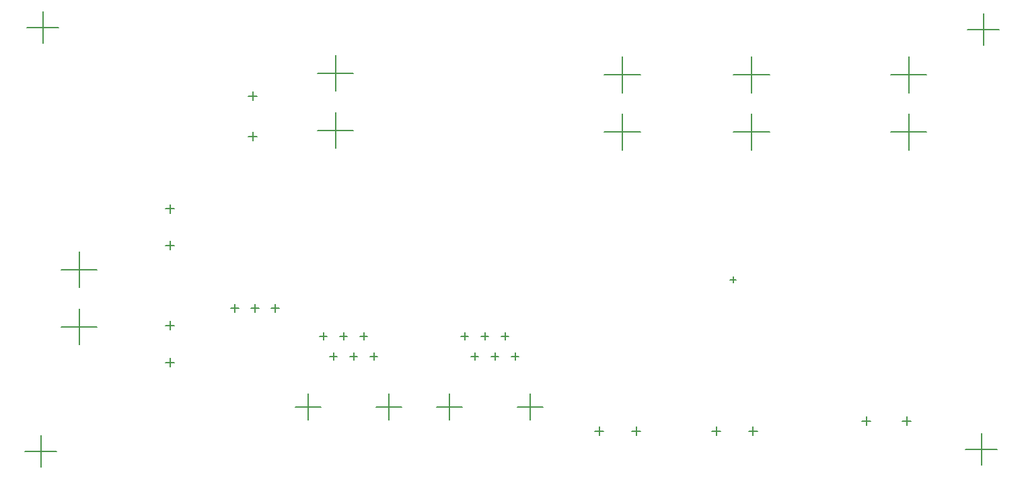
<source format=gbr>
%TF.GenerationSoftware,Altium Limited,Altium Designer,19.1.8 (144)*%
G04 Layer_Color=128*
%FSLAX26Y26*%
%MOIN*%
%TF.FileFunction,Drillmap*%
%TF.Part,Single*%
G01*
G75*
%TA.AperFunction,NonConductor*%
%ADD72C,0.005000*%
D72*
X3445906Y210197D02*
X3489213D01*
X3467559Y188543D02*
Y231850D01*
X3627008Y210000D02*
X3670315D01*
X3648661Y188346D02*
Y231654D01*
X3048268Y210197D02*
X3091575D01*
X3069921Y188543D02*
Y231850D01*
X2865197Y210000D02*
X2908504D01*
X2886850Y188346D02*
Y231654D01*
X738346Y1130000D02*
X781654D01*
X760000Y1108347D02*
Y1151653D01*
X738543Y1311102D02*
X781850D01*
X760197Y1289449D02*
Y1332756D01*
X738346Y732362D02*
X781654D01*
X760000Y710709D02*
Y754016D01*
X738543Y549291D02*
X781850D01*
X760197Y527638D02*
Y570945D01*
X4331417Y1975746D02*
X4508583D01*
X4420000Y1887163D02*
Y2064329D01*
X4331417Y1692281D02*
X4508583D01*
X4420000Y1603699D02*
Y1780864D01*
X2912541Y1975746D02*
X3089706D01*
X3001124Y1887163D02*
Y2064329D01*
X2912541Y1692281D02*
X3089706D01*
X3001124Y1603699D02*
Y1780864D01*
X1491417Y1983465D02*
X1668583D01*
X1580000Y1894882D02*
Y2072047D01*
X1491417Y1700000D02*
X1668583D01*
X1580000Y1611417D02*
Y1788583D01*
X3552541Y1975746D02*
X3729706D01*
X3641124Y1887163D02*
Y2064329D01*
X3552541Y1692281D02*
X3729706D01*
X3641124Y1603699D02*
Y1780864D01*
X221417Y1010000D02*
X398583D01*
X310000Y921417D02*
Y1098583D01*
X221417Y726535D02*
X398583D01*
X310000Y637953D02*
Y815118D01*
X1059921Y820000D02*
X1100079D01*
X1080000Y799921D02*
Y840079D01*
X1159921Y820000D02*
X1200079D01*
X1180000Y799921D02*
Y840079D01*
X1259921Y820000D02*
X1300079D01*
X1280000Y799921D02*
Y840079D01*
X1752480Y580000D02*
X1787520D01*
X1770000Y562480D02*
Y597520D01*
X1652480Y580000D02*
X1687520D01*
X1670000Y562480D02*
Y597520D01*
X1552480Y580000D02*
X1587520D01*
X1570000Y562480D02*
Y597520D01*
X1702480Y680000D02*
X1737520D01*
X1720000Y662480D02*
Y697520D01*
X1602480Y680000D02*
X1637520D01*
X1620000Y662480D02*
Y697520D01*
X1502480Y680000D02*
X1537520D01*
X1520000Y662480D02*
Y697520D01*
X1781024Y330000D02*
X1908976D01*
X1845000Y266024D02*
Y393976D01*
X1381024Y330000D02*
X1508976D01*
X1445000Y266024D02*
Y393976D01*
X4388346Y260000D02*
X4431654D01*
X4410000Y238346D02*
Y281654D01*
X4188346Y260000D02*
X4231654D01*
X4210000Y238346D02*
Y281654D01*
X2452480Y580000D02*
X2487520D01*
X2470000Y562480D02*
Y597520D01*
X2352480Y580000D02*
X2387520D01*
X2370000Y562480D02*
Y597520D01*
X2252480Y580000D02*
X2287520D01*
X2270000Y562480D02*
Y597520D01*
X2402480Y680000D02*
X2437520D01*
X2420000Y662480D02*
Y697520D01*
X2302480Y680000D02*
X2337520D01*
X2320000Y662480D02*
Y697520D01*
X2202480Y680000D02*
X2237520D01*
X2220000Y662480D02*
Y697520D01*
X2481024Y330000D02*
X2608976D01*
X2545000Y266024D02*
Y393976D01*
X2081024Y330000D02*
X2208976D01*
X2145000Y266024D02*
Y393976D01*
X1148347Y1670000D02*
X1191653D01*
X1170000Y1648347D02*
Y1691653D01*
X1148347Y1870000D02*
X1191653D01*
X1170000Y1848347D02*
Y1891653D01*
X51260Y2210000D02*
X208740D01*
X130000Y2131260D02*
Y2288740D01*
X41260Y110000D02*
X198740D01*
X120000Y31260D02*
Y188740D01*
X4711260Y2200000D02*
X4868740D01*
X4790000Y2121260D02*
Y2278740D01*
X4701260Y120000D02*
X4858740D01*
X4780000Y41260D02*
Y198740D01*
X3536000Y960000D02*
X3564000D01*
X3550000Y946000D02*
Y974000D01*
%TF.MD5,d47a766219a6ff8f37bf969affbb0b6a*%
M02*

</source>
